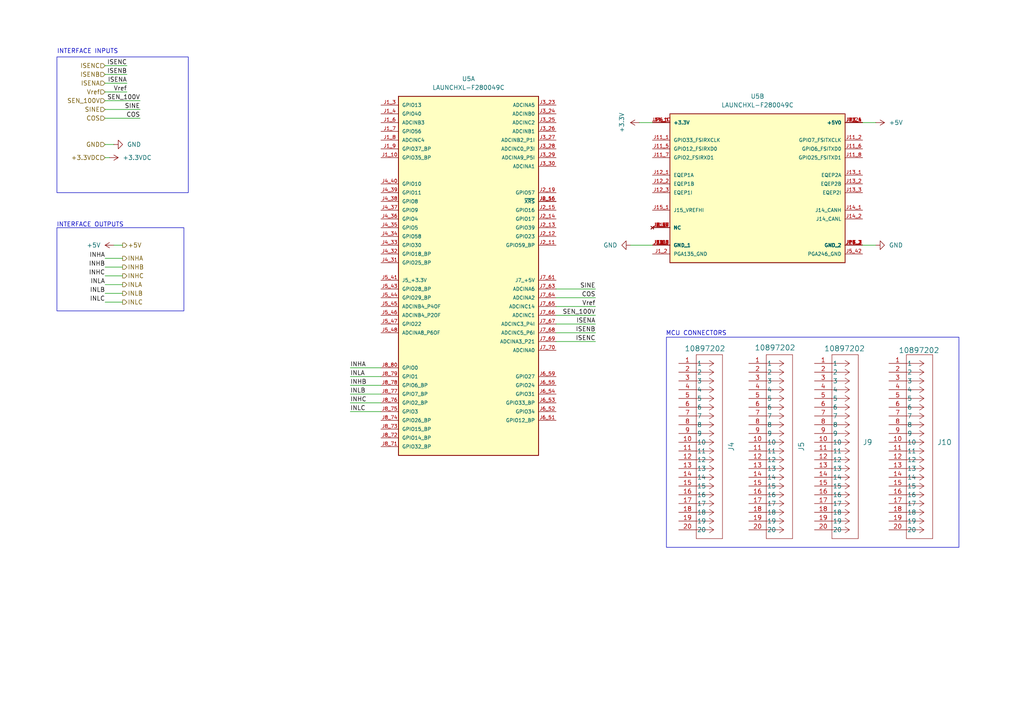
<source format=kicad_sch>
(kicad_sch (version 20250114) (generator "eeschema") (generator_version "9.0")
  (paper "A4")
  (title_block (date "2025-04-19") (rev "1"))
  (lib_symbols
    (symbol "10897202:10897202" (pin_names (offset 0.254))
      (property "Reference" "J" (at 8.89 6.35 0))
      (property "Value" "10897202" (at 0 0 0))
      (symbol "10897202_1_1"
        (polyline (pts (xy 5.08 2.54) (xy 5.08 -50.8)) (stroke (width 0.127)))
        (polyline (pts (xy 5.08 -50.8) (xy 12.7 -50.8)) (stroke (width 0.127)))
        (polyline (pts (xy 10.16 0) (xy 5.08 0)) (stroke (width 0.127)))
        (polyline (pts (xy 10.16 0) (xy 8.89 0.8467)) (stroke (width 0.127)))
        (polyline (pts (xy 10.16 0) (xy 8.89 -0.8467)) (stroke (width 0.127)))
        (polyline (pts (xy 10.16 -2.54) (xy 5.08 -2.54)) (stroke (width 0.127)))
        (polyline (pts (xy 10.16 -2.54) (xy 8.89 -1.6933)) (stroke (width 0.127)))
        (polyline (pts (xy 10.16 -2.54) (xy 8.89 -3.3867)) (stroke (width 0.127)))
        (polyline (pts (xy 10.16 -5.08) (xy 5.08 -5.08)) (stroke (width 0.127)))
        (polyline (pts (xy 10.16 -5.08) (xy 8.89 -4.2333)) (stroke (width 0.127)))
        (polyline (pts (xy 10.16 -5.08) (xy 8.89 -5.9267)) (stroke (width 0.127)))
        (polyline (pts (xy 10.16 -7.62) (xy 5.08 -7.62)) (stroke (width 0.127)))
        (polyline (pts (xy 10.16 -7.62) (xy 8.89 -6.7733)) (stroke (width 0.127)))
        (polyline (pts (xy 10.16 -7.62) (xy 8.89 -8.4667)) (stroke (width 0.127)))
        (polyline (pts (xy 10.16 -10.16) (xy 5.08 -10.16)) (stroke (width 0.127)))
        (polyline (pts (xy 10.16 -10.16) (xy 8.89 -9.3133)) (stroke (width 0.127)))
        (polyline (pts (xy 10.16 -10.16) (xy 8.89 -11.0067)) (stroke (width 0.127)))
        (polyline (pts (xy 10.16 -12.7) (xy 5.08 -12.7)) (stroke (width 0.127)))
        (polyline (pts (xy 10.16 -12.7) (xy 8.89 -11.8533)) (stroke (width 0.127)))
        (polyline (pts (xy 10.16 -12.7) (xy 8.89 -13.5467)) (stroke (width 0.127)))
        (polyline (pts (xy 10.16 -15.24) (xy 5.08 -15.24)) (stroke (width 0.127)))
        (polyline (pts (xy 10.16 -15.24) (xy 8.89 -14.3933)) (stroke (width 0.127)))
        (polyline (pts (xy 10.16 -15.24) (xy 8.89 -16.0867)) (stroke (width 0.127)))
        (polyline (pts (xy 10.16 -17.78) (xy 5.08 -17.78)) (stroke (width 0.127)))
        (polyline (pts (xy 10.16 -17.78) (xy 8.89 -16.9333)) (stroke (width 0.127)))
        (polyline (pts (xy 10.16 -17.78) (xy 8.89 -18.6267)) (stroke (width 0.127)))
        (polyline (pts (xy 10.16 -20.32) (xy 5.08 -20.32)) (stroke (width 0.127)))
        (polyline (pts (xy 10.16 -20.32) (xy 8.89 -19.4733)) (stroke (width 0.127)))
        (polyline (pts (xy 10.16 -20.32) (xy 8.89 -21.1667)) (stroke (width 0.127)))
        (polyline (pts (xy 10.16 -22.86) (xy 5.08 -22.86)) (stroke (width 0.127)))
        (polyline (pts (xy 10.16 -22.86) (xy 8.89 -22.0133)) (stroke (width 0.127)))
        (polyline (pts (xy 10.16 -22.86) (xy 8.89 -23.7067)) (stroke (width 0.127)))
        (polyline (pts (xy 10.16 -25.4) (xy 5.08 -25.4)) (stroke (width 0.127)))
        (polyline (pts (xy 10.16 -25.4) (xy 8.89 -24.5533)) (stroke (width 0.127)))
        (polyline (pts (xy 10.16 -25.4) (xy 8.89 -26.2467)) (stroke (width 0.127)))
        (polyline (pts (xy 10.16 -27.94) (xy 5.08 -27.94)) (stroke (width 0.127)))
        (polyline (pts (xy 10.16 -27.94) (xy 8.89 -27.0933)) (stroke (width 0.127)))
        (polyline (pts (xy 10.16 -27.94) (xy 8.89 -28.7867)) (stroke (width 0.127)))
        (polyline (pts (xy 10.16 -30.48) (xy 5.08 -30.48)) (stroke (width 0.127)))
        (polyline (pts (xy 10.16 -30.48) (xy 8.89 -29.6333)) (stroke (width 0.127)))
        (polyline (pts (xy 10.16 -30.48) (xy 8.89 -31.3267)) (stroke (width 0.127)))
        (polyline (pts (xy 10.16 -33.02) (xy 5.08 -33.02)) (stroke (width 0.127)))
        (polyline (pts (xy 10.16 -33.02) (xy 8.89 -32.1733)) (stroke (width 0.127)))
        (polyline (pts (xy 10.16 -33.02) (xy 8.89 -33.8667)) (stroke (width 0.127)))
        (polyline (pts (xy 10.16 -35.56) (xy 5.08 -35.56)) (stroke (width 0.127)))
        (polyline (pts (xy 10.16 -35.56) (xy 8.89 -34.7133)) (stroke (width 0.127)))
        (polyline (pts (xy 10.16 -35.56) (xy 8.89 -36.4067)) (stroke (width 0.127)))
        (polyline (pts (xy 10.16 -38.1) (xy 5.08 -38.1)) (stroke (width 0.127)))
        (polyline (pts (xy 10.16 -38.1) (xy 8.89 -37.2533)) (stroke (width 0.127)))
        (polyline (pts (xy 10.16 -38.1) (xy 8.89 -38.9467)) (stroke (width 0.127)))
        (polyline (pts (xy 10.16 -40.64) (xy 5.08 -40.64)) (stroke (width 0.127)))
        (polyline (pts (xy 10.16 -40.64) (xy 8.89 -39.7933)) (stroke (width 0.127)))
        (polyline (pts (xy 10.16 -40.64) (xy 8.89 -41.4867)) (stroke (width 0.127)))
        (polyline (pts (xy 10.16 -43.18) (xy 5.08 -43.18)) (stroke (width 0.127)))
        (polyline (pts (xy 10.16 -43.18) (xy 8.89 -42.3333)) (stroke (width 0.127)))
        (polyline (pts (xy 10.16 -43.18) (xy 8.89 -44.0267)) (stroke (width 0.127)))
        (polyline (pts (xy 10.16 -45.72) (xy 5.08 -45.72)) (stroke (width 0.127)))
        (polyline (pts (xy 10.16 -45.72) (xy 8.89 -44.8733)) (stroke (width 0.127)))
        (polyline (pts (xy 10.16 -45.72) (xy 8.89 -46.5667)) (stroke (width 0.127)))
        (polyline (pts (xy 10.16 -48.26) (xy 5.08 -48.26)) (stroke (width 0.127)))
        (polyline (pts (xy 10.16 -48.26) (xy 8.89 -47.4133)) (stroke (width 0.127)))
        (polyline (pts (xy 10.16 -48.26) (xy 8.89 -49.1067)) (stroke (width 0.127)))
        (polyline (pts (xy 12.7 2.54) (xy 5.08 2.54)) (stroke (width 0.127)))
        (polyline (pts (xy 12.7 -50.8) (xy 12.7 2.54)) (stroke (width 0.127)))
        (pin unspecified line (at 0 0 0) (length 5.08) (name "1") (number "1"))
        (pin unspecified line (at 0 -2.54 0) (length 5.08) (name "2") (number "2"))
        (pin unspecified line (at 0 -5.08 0) (length 5.08) (name "3") (number "3"))
        (pin unspecified line (at 0 -7.62 0) (length 5.08) (name "4") (number "4"))
        (pin unspecified line (at 0 -10.16 0) (length 5.08) (name "5") (number "5"))
        (pin unspecified line (at 0 -12.7 0) (length 5.08) (name "6") (number "6"))
        (pin unspecified line (at 0 -15.24 0) (length 5.08) (name "7") (number "7"))
        (pin unspecified line (at 0 -17.78 0) (length 5.08) (name "8") (number "8"))
        (pin unspecified line (at 0 -20.32 0) (length 5.08) (name "9") (number "9"))
        (pin unspecified line (at 0 -22.86 0) (length 5.08) (name "10") (number "10"))
        (pin unspecified line (at 0 -25.4 0) (length 5.08) (name "11") (number "11"))
        (pin unspecified line (at 0 -27.94 0) (length 5.08) (name "12") (number "12"))
        (pin unspecified line (at 0 -30.48 0) (length 5.08) (name "13") (number "13"))
        (pin unspecified line (at 0 -33.02 0) (length 5.08) (name "14") (number "14"))
        (pin unspecified line (at 0 -35.56 0) (length 5.08) (name "15") (number "15"))
        (pin unspecified line (at 0 -38.1 0) (length 5.08) (name "16") (number "16"))
        (pin unspecified line (at 0 -40.64 0) (length 5.08) (name "17") (number "17"))
        (pin unspecified line (at 0 -43.18 0) (length 5.08) (name "18") (number "18"))
        (pin unspecified line (at 0 -45.72 0) (length 5.08) (name "19") (number "19"))
        (pin unspecified line (at 0 -48.26 0) (length 5.08) (name "20") (number "20"))
      )
      (symbol "10897202_1_2"
        (polyline (pts (xy 5.08 2.54) (xy 5.08 -50.8)) (stroke (width 0.127)))
        (polyline (pts (xy 5.08 -50.8) (xy 12.7 -50.8)) (stroke (width 0.127)))
        (polyline (pts (xy 7.62 0) (xy 5.08 0)) (stroke (width 0.127)))
        (polyline (pts (xy 7.62 0) (xy 8.89 0.8467)) (stroke (width 0.127)))
        (polyline (pts (xy 7.62 0) (xy 8.89 -0.8467)) (stroke (width 0.127)))
        (polyline (pts (xy 7.62 -2.54) (xy 5.08 -2.54)) (stroke (width 0.127)))
        (polyline (pts (xy 7.62 -2.54) (xy 8.89 -1.6933)) (stroke (width 0.127)))
        (polyline (pts (xy 7.62 -2.54) (xy 8.89 -3.3867)) (stroke (width 0.127)))
        (polyline (pts (xy 7.62 -5.08) (xy 5.08 -5.08)) (stroke (width 0.127)))
        (polyline (pts (xy 7.62 -5.08) (xy 8.89 -4.2333)) (stroke (width 0.127)))
        (polyline (pts (xy 7.62 -5.08) (xy 8.89 -5.9267)) (stroke (width 0.127)))
        (polyline (pts (xy 7.62 -7.62) (xy 5.08 -7.62)) (stroke (width 0.127)))
        (polyline (pts (xy 7.62 -7.62) (xy 8.89 -6.7733)) (stroke (width 0.127)))
        (polyline (pts (xy 7.62 -7.62) (xy 8.89 -8.4667)) (stroke (width 0.127)))
        (polyline (pts (xy 7.62 -10.16) (xy 5.08 -10.16)) (stroke (width 0.127)))
        (polyline (pts (xy 7.62 -10.16) (xy 8.89 -9.3133)) (stroke (width 0.127)))
        (polyline (pts (xy 7.62 -10.16) (xy 8.89 -11.0067)) (stroke (width 0.127)))
        (polyline (pts (xy 7.62 -12.7) (xy 5.08 -12.7)) (stroke (width 0.127)))
        (polyline (pts (xy 7.62 -12.7) (xy 8.89 -11.8533)) (stroke (width 0.127)))
        (polyline (pts (xy 7.62 -12.7) (xy 8.89 -13.5467)) (stroke (width 0.127)))
        (polyline (pts (xy 7.62 -15.24) (xy 5.08 -15.24)) (stroke (width 0.127)))
        (polyline (pts (xy 7.62 -15.24) (xy 8.89 -14.3933)) (stroke (width 0.127)))
        (polyline (pts (xy 7.62 -15.24) (xy 8.89 -16.0867)) (stroke (width 0.127)))
        (polyline (pts (xy 7.62 -17.78) (xy 5.08 -17.78)) (stroke (width 0.127)))
        (polyline (pts (xy 7.62 -17.78) (xy 8.89 -16.9333)) (stroke (width 0.127)))
        (polyline (pts (xy 7.62 -17.78) (xy 8.89 -18.6267)) (stroke (width 0.127)))
        (polyline (pts (xy 7.62 -20.32) (xy 5.08 -20.32)) (stroke (width 0.127)))
        (polyline (pts (xy 7.62 -20.32) (xy 8.89 -19.4733)) (stroke (width 0.127)))
        (polyline (pts (xy 7.62 -20.32) (xy 8.89 -21.1667)) (stroke (width 0.127)))
        (polyline (pts (xy 7.62 -22.86) (xy 5.08 -22.86)) (stroke (width 0.127)))
        (polyline (pts (xy 7.62 -22.86) (xy 8.89 -22.0133)) (stroke (width 0.127)))
        (polyline (pts (xy 7.62 -22.86) (xy 8.89 -23.7067)) (stroke (width 0.127)))
        (polyline (pts (xy 7.62 -25.4) (xy 5.08 -25.4)) (stroke (width 0.127)))
        (polyline (pts (xy 7.62 -25.4) (xy 8.89 -24.5533)) (stroke (width 0.127)))
        (polyline (pts (xy 7.62 -25.4) (xy 8.89 -26.2467)) (stroke (width 0.127)))
        (polyline (pts (xy 7.62 -27.94) (xy 5.08 -27.94)) (stroke (width 0.127)))
        (polyline (pts (xy 7.62 -27.94) (xy 8.89 -27.0933)) (stroke (width 0.127)))
        (polyline (pts (xy 7.62 -27.94) (xy 8.89 -28.7867)) (stroke (width 0.127)))
        (polyline (pts (xy 7.62 -30.48) (xy 5.08 -30.48)) (stroke (width 0.127)))
        (polyline (pts (xy 7.62 -30.48) (xy 8.89 -29.6333)) (stroke (width 0.127)))
        (polyline (pts (xy 7.62 -30.48) (xy 8.89 -31.3267)) (stroke (width 0.127)))
        (polyline (pts (xy 7.62 -33.02) (xy 5.08 -33.02)) (stroke (width 0.127)))
        (polyline (pts (xy 7.62 -33.02) (xy 8.89 -32.1733)) (stroke (width 0.127)))
        (polyline (pts (xy 7.62 -33.02) (xy 8.89 -33.8667)) (stroke (width 0.127)))
        (polyline (pts (xy 7.62 -35.56) (xy 5.08 -35.56)) (stroke (width 0.127)))
        (polyline (pts (xy 7.62 -35.56) (xy 8.89 -34.7133)) (stroke (width 0.127)))
        (polyline (pts (xy 7.62 -35.56) (xy 8.89 -36.4067)) (stroke (width 0.127)))
        (polyline (pts (xy 7.62 -38.1) (xy 5.08 -38.1)) (stroke (width 0.127)))
        (polyline (pts (xy 7.62 -38.1) (xy 8.89 -37.2533)) (stroke (width 0.127)))
        (polyline (pts (xy 7.62 -38.1) (xy 8.89 -38.9467)) (stroke (width 0.127)))
        (polyline (pts (xy 7.62 -40.64) (xy 5.08 -40.64)) (stroke (width 0.127)))
        (polyline (pts (xy 7.62 -40.64) (xy 8.89 -39.7933)) (stroke (width 0.127)))
        (polyline (pts (xy 7.62 -40.64) (xy 8.89 -41.4867)) (stroke (width 0.127)))
        (polyline (pts (xy 7.62 -43.18) (xy 5.08 -43.18)) (stroke (width 0.127)))
        (polyline (pts (xy 7.62 -43.18) (xy 8.89 -42.3333)) (stroke (width 0.127)))
        (polyline (pts (xy 7.62 -43.18) (xy 8.89 -44.0267)) (stroke (width 0.127)))
        (polyline (pts (xy 7.62 -45.72) (xy 5.08 -45.72)) (stroke (width 0.127)))
        (polyline (pts (xy 7.62 -45.72) (xy 8.89 -44.8733)) (stroke (width 0.127)))
        (polyline (pts (xy 7.62 -45.72) (xy 8.89 -46.5667)) (stroke (width 0.127)))
        (polyline (pts (xy 7.62 -48.26) (xy 5.08 -48.26)) (stroke (width 0.127)))
        (polyline (pts (xy 7.62 -48.26) (xy 8.89 -47.4133)) (stroke (width 0.127)))
        (polyline (pts (xy 7.62 -48.26) (xy 8.89 -49.1067)) (stroke (width 0.127)))
        (polyline (pts (xy 12.7 2.54) (xy 5.08 2.54)) (stroke (width 0.127)))
        (polyline (pts (xy 12.7 -50.8) (xy 12.7 2.54)) (stroke (width 0.127)))
        (pin unspecified line (at 0 0 0) (length 5.08) (name "1") (number "1"))
        (pin unspecified line (at 0 -2.54 0) (length 5.08) (name "2") (number "2"))
        (pin unspecified line (at 0 -5.08 0) (length 5.08) (name "3") (number "3"))
        (pin unspecified line (at 0 -7.62 0) (length 5.08) (name "4") (number "4"))
        (pin unspecified line (at 0 -10.16 0) (length 5.08) (name "5") (number "5"))
        (pin unspecified line (at 0 -12.7 0) (length 5.08) (name "6") (number "6"))
        (pin unspecified line (at 0 -15.24 0) (length 5.08) (name "7") (number "7"))
        (pin unspecified line (at 0 -17.78 0) (length 5.08) (name "8") (number "8"))
        (pin unspecified line (at 0 -20.32 0) (length 5.08) (name "9") (number "9"))
        (pin unspecified line (at 0 -22.86 0) (length 5.08) (name "10") (number "10"))
        (pin unspecified line (at 0 -25.4 0) (length 5.08) (name "11") (number "11"))
        (pin unspecified line (at 0 -27.94 0) (length 5.08) (name "12") (number "12"))
        (pin unspecified line (at 0 -30.48 0) (length 5.08) (name "13") (number "13"))
        (pin unspecified line (at 0 -33.02 0) (length 5.08) (name "14") (number "14"))
        (pin unspecified line (at 0 -35.56 0) (length 5.08) (name "15") (number "15"))
        (pin unspecified line (at 0 -38.1 0) (length 5.08) (name "16") (number "16"))
        (pin unspecified line (at 0 -40.64 0) (length 5.08) (name "17") (number "17"))
        (pin unspecified line (at 0 -43.18 0) (length 5.08) (name "18") (number "18"))
        (pin unspecified line (at 0 -45.72 0) (length 5.08) (name "19") (number "19"))
        (pin unspecified line (at 0 -48.26 0) (length 5.08) (name "20") (number "20"))
      )
    )
    (symbol "LAUNCHXL-F280049C:LAUNCHXL-F280049C" (pin_names (offset 1.016))
      (property "Reference" "U" (at -20.32 51.435 0))
      (property "Value" "LAUNCHXL-F280049C" (at -20.32 -55.88 0))
      (symbol "LAUNCHXL-F280049C_1_0"
        (rectangle (start -20.32 -53.34) (end 20.32 50.8) (stroke (width 0.254)) (fill (type background)))
        (pin bidirectional line (at -25.4 48.26 0) (length 5.08) (name "GPIO13") (number "J1_3"))
        (pin bidirectional line (at -25.4 45.72 0) (length 5.08) (name "GPIO40") (number "J1_4"))
        (pin input line (at -25.4 43.18 0) (length 5.08) (name "ADCINB3") (number "J1_6"))
        (pin bidirectional line (at -25.4 40.64 0) (length 5.08) (name "GPIO56") (number "J1_7"))
        (pin input line (at -25.4 38.1 0) (length 5.08) (name "ADCINC4") (number "J1_8"))
        (pin bidirectional line (at -25.4 35.56 0) (length 5.08) (name "GPIO37_BP") (number "J1_9"))
        (pin bidirectional line (at -25.4 33.02 0) (length 5.08) (name "GPIO35_BP") (number "J1_10"))
        (pin bidirectional line (at -25.4 25.4 0) (length 5.08) (name "GPIO10") (number "J4_40"))
        (pin bidirectional line (at -25.4 22.86 0) (length 5.08) (name "GPIO11") (number "J4_39"))
        (pin bidirectional line (at -25.4 20.32 0) (length 5.08) (name "GPIO8") (number "J4_38"))
        (pin bidirectional line (at -25.4 17.78 0) (length 5.08) (name "GPIO9") (number "J4_37"))
        (pin bidirectional line (at -25.4 15.24 0) (length 5.08) (name "GPIO4") (number "J4_36"))
        (pin bidirectional line (at -25.4 12.7 0) (length 5.08) (name "GPIO5") (number "J4_35"))
        (pin bidirectional line (at -25.4 10.16 0) (length 5.08) (name "GPIO58") (number "J4_34"))
        (pin bidirectional line (at -25.4 7.62 0) (length 5.08) (name "GPIO30") (number "J4_33"))
        (pin bidirectional line (at -25.4 5.08 0) (length 5.08) (name "GPIO18_BP") (number "J4_32"))
        (pin bidirectional line (at -25.4 2.54 0) (length 5.08) (name "GPIO25_BP") (number "J4_31"))
        (pin input line (at -25.4 -2.54 0) (length 5.08) (name "J5_+3.3V") (number "J5_41"))
        (pin bidirectional line (at -25.4 -5.08 0) (length 5.08) (name "GPIO28_BP") (number "J5_43"))
        (pin bidirectional line (at -25.4 -7.62 0) (length 5.08) (name "GPIO29_BP") (number "J5_44"))
        (pin input line (at -25.4 -10.16 0) (length 5.08) (name "ADCINB4_P4OF") (number "J5_45"))
        (pin input line (at -25.4 -12.7 0) (length 5.08) (name "ADCINB4_P2OF") (number "J5_46"))
        (pin bidirectional line (at -25.4 -15.24 0) (length 5.08) (name "GPIO22") (number "J5_47"))
        (pin input line (at -25.4 -17.78 0) (length 5.08) (name "ADCINA8_P6OF") (number "J5_48"))
        (pin bidirectional line (at -25.4 -27.94 0) (length 5.08) (name "GPIO0") (number "J8_80"))
        (pin bidirectional line (at -25.4 -30.48 0) (length 5.08) (name "GPIO1") (number "J8_79"))
        (pin bidirectional line (at -25.4 -33.02 0) (length 5.08) (name "GPIO6_BP") (number "J8_78"))
        (pin bidirectional line (at -25.4 -35.56 0) (length 5.08) (name "GPIO7_BP") (number "J8_77"))
        (pin bidirectional line (at -25.4 -38.1 0) (length 5.08) (name "GPIO2_BP") (number "J8_76"))
        (pin bidirectional line (at -25.4 -40.64 0) (length 5.08) (name "GPIO3") (number "J8_75"))
        (pin bidirectional line (at -25.4 -43.18 0) (length 5.08) (name "GPIO26_BP") (number "J8_74"))
        (pin bidirectional line (at -25.4 -45.72 0) (length 5.08) (name "GPIO15_BP") (number "J8_73"))
        (pin bidirectional line (at -25.4 -48.26 0) (length 5.08) (name "GPIO14_BP") (number "J8_72"))
        (pin bidirectional line (at -25.4 -50.8 0) (length 5.08) (name "GPIO32_BP") (number "J8_71"))
        (pin input line (at 25.4 48.26 180) (length 5.08) (name "ADCINA5") (number "J3_23"))
        (pin input line (at 25.4 45.72 180) (length 5.08) (name "ADCINB0") (number "J3_24"))
        (pin input line (at 25.4 43.18 180) (length 5.08) (name "ADCINC2") (number "J3_25"))
        (pin input line (at 25.4 40.64 180) (length 5.08) (name "ADCINB1") (number "J3_26"))
        (pin input line (at 25.4 38.1 180) (length 5.08) (name "ADCINB2_P1I") (number "J3_27"))
        (pin input line (at 25.4 35.56 180) (length 5.08) (name "ADCINC0_P3I") (number "J3_28"))
        (pin input line (at 25.4 33.02 180) (length 5.08) (name "ADCINA9_P5I") (number "J3_29"))
        (pin input line (at 25.4 30.48 180) (length 5.08) (name "ADCINA1") (number "J3_30"))
        (pin bidirectional line (at 25.4 22.86 180) (length 5.08) (name "GPIO57") (number "J2_19"))
        (pin passive line (at 25.4 20.32 180) (length 5.08) (name "~{XRS}") (number "J2_16"))
        (pin passive line (at 25.4 20.32 180) (length 5.08) (name "~{XRS}") (number "J6_56"))
        (pin bidirectional line (at 25.4 17.78 180) (length 5.08) (name "GPIO16") (number "J2_15"))
        (pin bidirectional line (at 25.4 15.24 180) (length 5.08) (name "GPIO17") (number "J2_14"))
        (pin bidirectional line (at 25.4 12.7 180) (length 5.08) (name "GPIO39") (number "J2_13"))
        (pin bidirectional line (at 25.4 10.16 180) (length 5.08) (name "GPIO23") (number "J2_12"))
        (pin bidirectional line (at 25.4 7.62 180) (length 5.08) (name "GPIO59_BP") (number "J2_11"))
        (pin input line (at 25.4 -2.54 180) (length 5.08) (name "J7_+5V") (number "J7_61"))
        (pin input line (at 25.4 -5.08 180) (length 5.08) (name "ADCINA6") (number "J7_63"))
        (pin input line (at 25.4 -7.62 180) (length 5.08) (name "ADCINA2") (number "J7_64"))
        (pin input line (at 25.4 -10.16 180) (length 5.08) (name "ADCINC14") (number "J7_65"))
        (pin input line (at 25.4 -12.7 180) (length 5.08) (name "ADCINC1") (number "J7_66"))
        (pin input line (at 25.4 -15.24 180) (length 5.08) (name "ADCINC3_P4I") (number "J7_67"))
        (pin input line (at 25.4 -17.78 180) (length 5.08) (name "ADCINC5_P6I") (number "J7_68"))
        (pin input line (at 25.4 -20.32 180) (length 5.08) (name "ADCINA3_P21") (number "J7_69"))
        (pin input line (at 25.4 -22.86 180) (length 5.08) (name "ADCINA0") (number "J7_70"))
        (pin bidirectional line (at 25.4 -30.48 180) (length 5.08) (name "GPIO27") (number "J6_59"))
        (pin bidirectional line (at 25.4 -33.02 180) (length 5.08) (name "GPIO24") (number "J6_55"))
        (pin bidirectional line (at 25.4 -35.56 180) (length 5.08) (name "GPIO31") (number "J6_54"))
        (pin bidirectional line (at 25.4 -38.1 180) (length 5.08) (name "GPIO33_BP") (number "J6_53"))
        (pin bidirectional line (at 25.4 -40.64 180) (length 5.08) (name "GPIO34") (number "J6_52"))
        (pin bidirectional line (at 25.4 -43.18 180) (length 5.08) (name "GPIO12_BP") (number "J6_51"))
      )
      (symbol "LAUNCHXL-F280049C_2_0"
        (rectangle (start -25.4 -20.32) (end 25.4 22.86) (stroke (width 0.254)) (fill (type background)))
        (pin power_in line (at -30.48 20.32 0) (length 5.08) (name "+3.3V") (number "J11_10"))
        (pin power_in line (at -30.48 20.32 0) (length 5.08) (name "+3.3V") (number "J1_1"))
        (pin power_in line (at -30.48 20.32 0) (length 5.08) (name "+3.3V") (number "JP4_1"))
        (pin power_in line (at -30.48 20.32 0) (length 5.08) (name "+3.3V") (number "JP6_1"))
        (pin bidirectional line (at -30.48 15.24 0) (length 5.08) (name "GPIO33_FSIRXCLK") (number "J11_1"))
        (pin bidirectional line (at -30.48 12.7 0) (length 5.08) (name "GPIO12_FSIRXD0") (number "J11_5"))
        (pin bidirectional line (at -30.48 10.16 0) (length 5.08) (name "GPIO2_FSIRXD1") (number "J11_7"))
        (pin passive line (at -30.48 5.08 0) (length 5.08) (name "EQEP1A") (number "J12_1"))
        (pin passive line (at -30.48 2.54 0) (length 5.08) (name "EQEP1B") (number "J12_2"))
        (pin passive line (at -30.48 0 0) (length 5.08) (name "EQEP1I") (number "J12_3"))
        (pin input line (at -30.48 -5.08 0) (length 5.08) (name "J15_VREFHI") (number "J15_1"))
        (pin no_connect line (at -30.48 -10.16 0) (length 5.08) (name "NC") (number "J11_9"))
        (pin no_connect line (at -30.48 -10.16 0) (length 5.08) (name "NC") (number "J1_5"))
        (pin no_connect line (at -30.48 -10.16 0) (length 5.08) (name "NC") (number "J2_17"))
        (pin no_connect line (at -30.48 -10.16 0) (length 5.08) (name "NC") (number "J2_18"))
        (pin no_connect line (at -30.48 -10.16 0) (length 5.08) (name "NC") (number "J5_49"))
        (pin no_connect line (at -30.48 -10.16 0) (length 5.08) (name "NC") (number "J5_50"))
        (pin no_connect line (at -30.48 -10.16 0) (length 5.08) (name "NC") (number "J6_57"))
        (pin no_connect line (at -30.48 -10.16 0) (length 5.08) (name "NC") (number "J6_58"))
        (pin power_in line (at -30.48 -15.24 0) (length 5.08) (name "GND_1") (number "J11_3"))
        (pin power_in line (at -30.48 -15.24 0) (length 5.08) (name "GND_1") (number "J11_4"))
        (pin power_in line (at -30.48 -15.24 0) (length 5.08) (name "GND_1") (number "J12_5"))
        (pin power_in line (at -30.48 -15.24 0) (length 5.08) (name "GND_1") (number "J13_5"))
        (pin power_in line (at -30.48 -15.24 0) (length 5.08) (name "GND_1") (number "J14_3"))
        (pin power_in line (at -30.48 -15.24 0) (length 5.08) (name "GND_1") (number "J2_20"))
        (pin power_in line (at -30.48 -15.24 0) (length 5.08) (name "GND_1") (number "J3_22"))
        (pin power_in line (at -30.48 -15.24 0) (length 5.08) (name "GND_1") (number "J6_60"))
        (pin power_in line (at -30.48 -15.24 0) (length 5.08) (name "GND_1") (number "J7_62"))
        (pin power_in line (at -30.48 -17.78 0) (length 5.08) (name "PGA135_GND") (number "J1_2"))
        (pin power_in line (at 30.48 20.32 180) (length 5.08) (name "+5V0") (number "J12_4"))
        (pin power_in line (at 30.48 20.32 180) (length 5.08) (name "+5V0") (number "J13_4"))
        (pin power_in line (at 30.48 20.32 180) (length 5.08) (name "+5V0") (number "J3_21"))
        (pin power_in line (at 30.48 20.32 180) (length 5.08) (name "+5V0") (number "JP5_1"))
        (pin power_in line (at 30.48 20.32 180) (length 5.08) (name "+5V0") (number "JP7_1"))
        (pin bidirectional line (at 30.48 15.24 180) (length 5.08) (name "GPIO7_FSITXCLK") (number "J11_2"))
        (pin bidirectional line (at 30.48 12.7 180) (length 5.08) (name "GPIO6_FSITXD0") (number "J11_6"))
        (pin bidirectional line (at 30.48 10.16 180) (length 5.08) (name "GPIO25_FSITXD1") (number "J11_8"))
        (pin passive line (at 30.48 5.08 180) (length 5.08) (name "EQEP2A") (number "J13_1"))
        (pin passive line (at 30.48 2.54 180) (length 5.08) (name "EQEP2B") (number "J13_2"))
        (pin passive line (at 30.48 0 180) (length 5.08) (name "EQEP2I") (number "J13_3"))
        (pin bidirectional line (at 30.48 -5.08 180) (length 5.08) (name "J14_CANH") (number "J14_1"))
        (pin bidirectional line (at 30.48 -7.62 180) (length 5.08) (name "J14_CANL") (number "J14_2"))
        (pin power_in line (at 30.48 -15.24 180) (length 5.08) (name "GND_2") (number "J15_2"))
        (pin power_in line (at 30.48 -15.24 180) (length 5.08) (name "GND_2") (number "JP4_2"))
        (pin power_in line (at 30.48 -15.24 180) (length 5.08) (name "GND_2") (number "JP4_3"))
        (pin power_in line (at 30.48 -15.24 180) (length 5.08) (name "GND_2") (number "JP5_2"))
        (pin power_in line (at 30.48 -15.24 180) (length 5.08) (name "GND_2") (number "JP5_3"))
        (pin power_in line (at 30.48 -15.24 180) (length 5.08) (name "GND_2") (number "JP6_2"))
        (pin power_in line (at 30.48 -15.24 180) (length 5.08) (name "GND_2") (number "JP6_3"))
        (pin power_in line (at 30.48 -15.24 180) (length 5.08) (name "GND_2") (number "JP7_2"))
        (pin power_in line (at 30.48 -15.24 180) (length 5.08) (name "GND_2") (number "JP7_3"))
        (pin power_in line (at 30.48 -17.78 180) (length 5.08) (name "PGA246_GND") (number "J5_42"))
      )
    )
    (symbol "power:+3.3V" (power) (pin_numbers (hide yes)) (pin_names (offset 0) (hide yes))
      (property "Value" "+3.3V" (at 0 3.556 0))
      (symbol "+3.3V_0_1"
        (polyline (pts (xy -0.762 1.27) (xy 0 2.54)))
        (polyline (pts (xy 0 2.54) (xy 0.762 1.27)))
        (polyline (pts (xy 0 0) (xy 0 2.54)))
      )
      (symbol "+3.3V_1_1"
        (pin power_in line (at 0 0 90) (length 0) (name "~") (number "1"))
      )
    )
    (symbol "power:+5V" (power) (pin_numbers (hide yes)) (pin_names (offset 0) (hide yes))
      (property "Value" "+5V" (at 0 3.556 0))
      (symbol "+5V_0_1"
        (polyline (pts (xy -0.762 1.27) (xy 0 2.54)))
        (polyline (pts (xy 0 2.54) (xy 0.762 1.27)))
        (polyline (pts (xy 0 0) (xy 0 2.54)))
      )
      (symbol "+5V_1_1"
        (pin power_in line (at 0 0 90) (length 0) (name "~") (number "1"))
      )
    )
    (symbol "power:GND" (power) (pin_numbers (hide yes)) (pin_names (offset 0) (hide yes))
      (property "Value" "GND" (at 0 -3.81 0))
      (symbol "GND_0_1"
        (polyline (pts (xy 0 0) (xy 0 -1.27) (xy 1.27 -1.27) (xy 0 -2.54) (xy -1.27 -1.27) (xy 0 -1.27)))
      )
      (symbol "GND_1_1"
        (pin power_in line (at 0 0 270) (length 0) (name "~") (number "1"))
      )
    )
  )
  (rectangle (start 193.294 97.79) (end 278.13 158.75))
  (rectangle (start 16.51 66.04) (end 53.34 90.17))
  (rectangle (start 16.51 16.51) (end 54.61 55.88))
  (text "INTERFACE INPUTS\n\n" (at 25.4 16.002 0) (effects (font (size 1.27 1.27))))
  (text "INTERFACE OUTPUTS\n\n\n" (at 26.162 67.31 0) (effects (font (size 1.27 1.27))))
  (text "MCU CONNECTORS\n\n" (at 201.93 97.79 0) (effects (font (size 1.27 1.27))))
  (wire (pts (xy 30.48 31.75) (xy 40.64 31.75)))
  (wire (pts (xy 30.48 87.63) (xy 35.56 87.63)))
  (wire (pts (xy 101.6 119.38) (xy 110.49 119.38)))
  (wire (pts (xy 33.02 71.12) (xy 35.56 71.12)))
  (wire (pts (xy 30.48 34.29) (xy 40.64 34.29)))
  (wire (pts (xy 172.72 99.06) (xy 161.29 99.06)))
  (wire (pts (xy 101.6 114.3) (xy 110.49 114.3)))
  (wire (pts (xy 30.48 41.91) (xy 33.02 41.91)))
  (wire (pts (xy 30.48 77.47) (xy 35.56 77.47)))
  (wire (pts (xy 185.42 35.56) (xy 189.23 35.56)))
  (wire (pts (xy 36.83 24.13) (xy 30.48 24.13)))
  (wire (pts (xy 101.6 109.22) (xy 110.49 109.22)))
  (wire (pts (xy 101.6 111.76) (xy 110.49 111.76)))
  (wire (pts (xy 36.83 21.59) (xy 30.48 21.59)))
  (wire (pts (xy 250.19 71.12) (xy 254 71.12)))
  (wire (pts (xy 36.83 19.05) (xy 30.48 19.05)))
  (wire (pts (xy 172.72 96.52) (xy 161.29 96.52)))
  (wire (pts (xy 172.72 91.44) (xy 161.29 91.44)))
  (wire (pts (xy 161.29 93.98) (xy 172.72 93.98)))
  (wire (pts (xy 30.48 82.55) (xy 35.56 82.55)))
  (wire (pts (xy 36.83 26.67) (xy 30.48 26.67)))
  (wire (pts (xy 161.29 86.36) (xy 172.72 86.36)))
  (wire (pts (xy 101.6 106.68) (xy 110.49 106.68)))
  (wire (pts (xy 161.29 88.9) (xy 172.72 88.9)))
  (wire (pts (xy 30.48 85.09) (xy 35.56 85.09)))
  (wire (pts (xy 30.48 80.01) (xy 35.56 80.01)))
  (wire (pts (xy 161.29 83.82) (xy 172.72 83.82)))
  (wire (pts (xy 182.88 71.12) (xy 189.23 71.12)))
  (wire (pts (xy 40.64 29.21) (xy 30.48 29.21)))
  (wire (pts (xy 101.6 116.84) (xy 110.49 116.84)))
  (wire (pts (xy 31.75 45.72) (xy 30.48 45.72)))
  (wire (pts (xy 30.48 74.93) (xy 35.56 74.93)))
  (wire (pts (xy 254 35.56) (xy 250.19 35.56)))
  (label "Vref" (at 36.83 26.67 180))
  (label "INHC" (at 101.6 116.84 0))
  (label "ISENB" (at 36.83 21.59 180))
  (label "SINE" (at 172.72 83.82 180))
  (label "COS" (at 172.72 86.36 180))
  (label "ISENB" (at 172.72 96.52 180))
  (label "INLB" (at 101.6 114.3 0))
  (label "INHC" (at 30.48 80.01 180))
  (label "INHB" (at 30.48 77.47 180))
  (label "INLC" (at 30.48 87.63 180))
  (label "ISENC" (at 36.83 19.05 180))
  (label "ISENA" (at 172.72 93.98 180))
  (label "INLA" (at 30.48 82.55 180))
  (label "ISENC" (at 172.72 99.06 180))
  (label "ISENA" (at 36.83 24.13 180))
  (label "COS" (at 40.64 34.29 180))
  (label "SEN_100V" (at 172.72 91.44 180))
  (label "INHA" (at 101.6 106.68 0))
  (label "INLC" (at 101.6 119.38 0))
  (label "INHB" (at 101.6 111.76 0))
  (label "SINE" (at 40.64 31.75 180))
  (label "INHA" (at 30.48 74.93 180))
  (label "INLA" (at 101.6 109.22 0))
  (label "INLB" (at 30.48 85.09 180))
  (label "Vref" (at 172.72 88.9 180))
  (label "SEN_100V" (at 40.64 29.21 180))
  (hierarchical_label "INHB" (shape output) (at 35.56 77.47 0))
  (hierarchical_label "INLB" (shape output) (at 35.56 85.09 0))
  (hierarchical_label "ISENC" (shape input) (at 30.48 19.05 180))
  (hierarchical_label "+5V" (shape output) (at 35.56 71.12 0))
  (hierarchical_label "INLC" (shape output) (at 35.56 87.63 0))
  (hierarchical_label "ISENA" (shape input) (at 30.48 24.13 180))
  (hierarchical_label "INLA" (shape output) (at 35.56 82.55 0))
  (hierarchical_label "SINE" (shape input) (at 30.48 31.75 180))
  (hierarchical_label "+3.3VDC" (shape input) (at 30.48 45.72 180))
  (hierarchical_label "INHC" (shape output) (at 35.56 80.01 0))
  (hierarchical_label "GND" (shape input) (at 30.48 41.91 180))
  (hierarchical_label "Vref" (shape input) (at 30.48 26.67 180))
  (hierarchical_label "SEN_100V" (shape input) (at 30.48 29.21 180))
  (hierarchical_label "COS" (shape input) (at 30.48 34.29 180))
  (hierarchical_label "INHA" (shape output) (at 35.56 74.93 0))
  (hierarchical_label "ISENB" (shape input) (at 30.48 21.59 180))
  (symbol (lib_id "power:GND") (at 33.02 41.91 90) (unit 1)
    (property "Reference" "#PWR038" (effects (hide yes)))
    (property "Value" "GND" (at 36.83 41.9101 90) (effects (justify right)))
    (property "Description" "Power symbol creates a global label with name \"GND\" , ground" (effects (hide yes)))
  )
  (symbol (lib_id "power:+5V") (at 254 35.56 270) (unit 1)
    (property "Reference" "#PWR039" (effects (hide yes)))
    (property "Value" "+5V" (at 257.81 35.5599 90) (effects (justify left)))
    (property "Description" "Power symbol creates a global label with name \"+5V\"" (effects (hide yes)))
  )
  (symbol (lib_id "power:+5V") (at 33.02 71.12 90) (unit 1)
    (property "Reference" "#PWR045" (effects (hide yes)))
    (property "Value" "+5V" (at 29.21 71.1199 90) (effects (justify left)))
    (property "Description" "Power symbol creates a global label with name \"+5V\"" (effects (hide yes)))
  )
  (symbol (lib_id "10897202:10897202") (at 217.17 105.41 0) (unit 1) (exclude_from_sim yes) (on_board no)
    (property "Reference" "J5" (at 232.41 129.54 90) (effects (font (size 1.524 1.524))))
    (property "Value" "10897202" (at 224.79 100.838 0) (effects (font (size 1.524 1.524))))
    (property "Footprint" "CONN20_0010897202_MOL" (effects (hide yes)))
    (property "Datasheet" "10897202" (effects (hide yes)))
    (property "Part Number" "10897202" (effects (hide yes)))
  )
  (symbol (lib_id "power:+3.3V") (at 31.75 45.72 270) (unit 1)
    (property "Reference" "#PWR037" (effects (hide yes)))
    (property "Value" "+3.3VDC" (at 35.56 45.7201 90) (effects (justify left)))
    (property "Description" "Power symbol creates a global label with name \"+3.3V\"" (effects (hide yes)))
  )
  (symbol (lib_id "LAUNCHXL-F280049C:LAUNCHXL-F280049C") (at 135.89 78.74 0) (unit 1)
    (property "Reference" "U5" (at 135.89 22.86 0))
    (property "Value" "LAUNCHXL-F280049C" (at 135.89 25.4 0))
    (property "Footprint" "LAUNCHXL-F280049C:MODULE_LAUNCHXL-F280049C" (effects (hide yes)))
    (property "MF" "Texas Instruments" (effects (hide yes)))
    (property "MAXIMUM_PACKAGE_HEIGHT" "N/A" (effects (hide yes)))
    (property "Package" "None" (effects (hide yes)))
    (property "Price" "None" (effects (hide yes)))
    (property "Check_prices" "https://www.snapeda.com/parts/LAUNCHXL-F280049C/Texas+Instruments/view-part/?ref=eda" (effects (hide yes)))
    (property "STANDARD" "Manufacturer Recommendations" (effects (hide yes)))
    (property "PARTREV" "B" (effects (hide yes)))
    (property "SnapEDA_Link" "https://www.snapeda.com/parts/LAUNCHXL-F280049C/Texas+Instruments/view-part/?ref=snap" (effects (hide yes)))
    (property "MP" "LAUNCHXL-F280049C" (effects (hide yes)))
    (property "Description_1" "\n                        \n                            F280049C LaunchPad™ development kit C2000™ Piccolo™ MCU\n                        \n" (effects (hide yes)))
    (property "Availability" "In Stock" (effects (hide yes)))
    (property "MANUFACTURER" "Texas Instruments" (effects (hide yes)))
    (property "Part Number" "LAUNCHXL-F280049C" (effects (hide yes)))
  )
  (symbol (lib_id "10897202:10897202") (at 196.85 105.41 0) (unit 1) (exclude_from_sim yes) (on_board no)
    (property "Reference" "J4" (at 212.09 129.54 90) (effects (font (size 1.524 1.524))))
    (property "Value" "10897202" (at 204.47 101.092 0) (effects (font (size 1.524 1.524))))
    (property "Footprint" "CONN20_0010897202_MOL" (effects (hide yes)))
    (property "Datasheet" "10897202" (effects (hide yes)))
    (property "Part Number" "10897202" (effects (hide yes)))
  )
  (symbol (lib_id "power:GND") (at 182.88 71.12 270) (unit 1)
    (property "Reference" "#PWR032" (effects (hide yes)))
    (property "Value" "GND" (at 179.07 71.1199 90) (effects (justify right)))
    (property "Description" "Power symbol creates a global label with name \"GND\" , ground" (effects (hide yes)))
  )
  (symbol (lib_id "power:+3.3V") (at 185.42 35.56 90) (mirror x) (unit 1)
    (property "Reference" "#PWR034" (effects (hide yes)))
    (property "Value" "+3.3V" (at 180.34 35.56 0))
    (property "Description" "Power symbol creates a global label with name \"+3.3V\"" (effects (hide yes)))
  )
  (symbol (lib_id "10897202:10897202") (at 257.81 105.41 0) (unit 1) (exclude_from_sim yes) (on_board no)
    (property "Reference" "J10" (at 271.78 128.2699 0) (effects (font (size 1.524 1.524)) (justify left)))
    (property "Value" "10897202" (at 260.604 101.6 0) (effects (font (size 1.524 1.524)) (justify left)))
    (property "Footprint" "CONN20_0010897202_MOL" (effects (hide yes)))
    (property "Datasheet" "10897202" (effects (hide yes)))
    (property "Part Number" "10897202" (effects (hide yes)))
  )
  (symbol (lib_id "LAUNCHXL-F280049C:LAUNCHXL-F280049C") (at 219.71 55.88 0) (unit 2)
    (property "Reference" "U5" (at 219.71 27.94 0))
    (property "Value" "LAUNCHXL-F280049C" (at 219.71 30.48 0))
    (property "Footprint" "LAUNCHXL-F280049C:MODULE_LAUNCHXL-F280049C" (effects (hide yes)))
    (property "MF" "Texas Instruments" (effects (hide yes)))
    (property "MAXIMUM_PACKAGE_HEIGHT" "N/A" (effects (hide yes)))
    (property "Package" "None" (effects (hide yes)))
    (property "Price" "None" (effects (hide yes)))
    (property "Check_prices" "https://www.snapeda.com/parts/LAUNCHXL-F280049C/Texas+Instruments/view-part/?ref=eda" (effects (hide yes)))
    (property "STANDARD" "Manufacturer Recommendations" (effects (hide yes)))
    (property "PARTREV" "B" (effects (hide yes)))
    (property "SnapEDA_Link" "https://www.snapeda.com/parts/LAUNCHXL-F280049C/Texas+Instruments/view-part/?ref=snap" (effects (hide yes)))
    (property "MP" "LAUNCHXL-F280049C" (effects (hide yes)))
    (property "Description_1" "\n                        \n                            F280049C LaunchPad™ development kit C2000™ Piccolo™ MCU\n                        \n" (effects (hide yes)))
    (property "Availability" "In Stock" (effects (hide yes)))
    (property "MANUFACTURER" "Texas Instruments" (effects (hide yes)))
    (property "Part Number" "LAUNCHXL-F280049C" (effects (hide yes)))
  )
  (symbol (lib_id "power:GND") (at 254 71.12 90) (unit 1)
    (property "Reference" "#PWR035" (effects (hide yes)))
    (property "Value" "GND" (at 257.81 71.1199 90) (effects (justify right)))
    (property "Description" "Power symbol creates a global label with name \"GND\" , ground" (effects (hide yes)))
  )
  (symbol (lib_id "10897202:10897202") (at 236.22 105.41 0) (unit 1) (exclude_from_sim yes) (on_board no)
    (property "Reference" "J9" (at 250.19 128.2699 0) (effects (font (size 1.524 1.524)) (justify left)))
    (property "Value" "10897202" (at 239.014 101.092 0) (effects (font (size 1.524 1.524)) (justify left)))
    (property "Footprint" "CONN20_0010897202_MOL" (effects (hide yes)))
    (property "Datasheet" "10897202" (effects (hide yes)))
    (property "Part Number" "10897202" (effects (hide yes)))
  )
)
</source>
